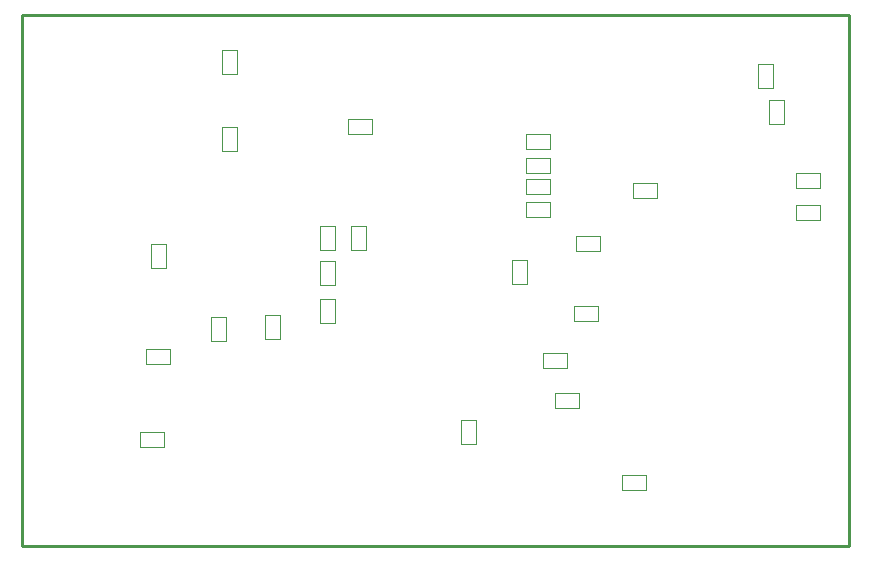
<source format=gm1>
G04*
G04 #@! TF.GenerationSoftware,Altium Limited,Altium Designer,22.6.1 (34)*
G04*
G04 Layer_Color=16711935*
%FSLAX44Y44*%
%MOMM*%
G71*
G04*
G04 #@! TF.SameCoordinates,A7F95BF2-09E6-4EF4-AC3E-D413731AB972*
G04*
G04*
G04 #@! TF.FilePolarity,Positive*
G04*
G01*
G75*
%ADD14C,0.2540*%
%ADD65C,0.0500*%
%ADD66C,0.0508*%
D14*
X600000Y600000D02*
Y1050000D01*
Y600000D02*
X1300000D01*
Y1050000D01*
X600000D02*
X1300000D01*
D65*
X1222743Y1008219D02*
X1235443D01*
X1222743Y987899D02*
X1235443D01*
X1046818Y897808D02*
Y910508D01*
X1026498Y897808D02*
Y910508D01*
X1047154Y935884D02*
Y948584D01*
X1026834Y935884D02*
Y948584D01*
X1026424Y878996D02*
Y891695D01*
X1046744Y878996D02*
Y891695D01*
X971614Y686340D02*
X984314D01*
X971614Y706660D02*
X984314D01*
X1051358Y717289D02*
Y729989D01*
X1071678Y717289D02*
Y729989D01*
X1137709Y894420D02*
Y907120D01*
X1117389Y894420D02*
Y907120D01*
X1089380Y849718D02*
Y862418D01*
X1069060Y849718D02*
Y862418D01*
X1087258Y790439D02*
Y803139D01*
X1066938Y790439D02*
Y803139D01*
X1040562Y750512D02*
Y763212D01*
X1060882Y750512D02*
Y763212D01*
X1014526Y841957D02*
X1027226D01*
X1014526Y821637D02*
X1027226D01*
X1254913Y876260D02*
Y888960D01*
X1275233Y876260D02*
Y888960D01*
X1254913Y903143D02*
Y915843D01*
X1275233Y903143D02*
Y915843D01*
X1232170Y957631D02*
X1244870D01*
X1232170Y977951D02*
X1244870D01*
X1026498Y916249D02*
Y928949D01*
X1046818Y916249D02*
Y928949D01*
X1127877Y647278D02*
Y659978D01*
X1107557Y647278D02*
Y659978D01*
X699840Y683650D02*
Y696350D01*
X720160Y683650D02*
Y696350D01*
X878268Y850988D02*
X890968D01*
X878268Y871308D02*
X890968D01*
X851994Y820902D02*
X864694D01*
X851994Y841222D02*
X864694D01*
X851994Y871308D02*
X864694D01*
X851994Y850988D02*
X864694D01*
X851994Y808938D02*
X864694D01*
X851994Y788617D02*
X864694D01*
X768712Y1020001D02*
X781412D01*
X768712Y999681D02*
X781412D01*
X760215Y793624D02*
X772915D01*
X760215Y773304D02*
X772915D01*
X768829Y954531D02*
X781529D01*
X768829Y934211D02*
X781529D01*
X704920Y754068D02*
Y766768D01*
X725240Y754068D02*
Y766768D01*
X896072Y949004D02*
Y961704D01*
X875752Y949004D02*
Y961704D01*
X708730Y856087D02*
X721430D01*
X708730Y835767D02*
X721430D01*
X805909Y795479D02*
X818609D01*
X805909Y775159D02*
X818609D01*
D66*
X1222743Y987899D02*
Y1008219D01*
X1235443Y987899D02*
Y1008219D01*
X1026498Y910508D02*
X1046818D01*
X1026498Y897808D02*
X1046818D01*
X1026834Y948584D02*
X1047154D01*
X1026834Y935884D02*
X1047154D01*
X1026424Y878996D02*
X1046744D01*
X1026424Y891695D02*
X1046744D01*
X984314Y686340D02*
Y706660D01*
X971614Y686340D02*
Y706660D01*
X1051358Y717289D02*
X1071678D01*
X1051358Y729989D02*
X1071678D01*
X1117389Y907120D02*
X1137709D01*
X1117389Y894420D02*
X1137709D01*
X1069060Y862418D02*
X1089380D01*
X1069060Y849718D02*
X1089380D01*
X1066938Y803139D02*
X1087258D01*
X1066938Y790439D02*
X1087258D01*
X1040562Y750512D02*
X1060882D01*
X1040562Y763212D02*
X1060882D01*
X1014526Y821637D02*
Y841957D01*
X1027226Y821637D02*
Y841957D01*
X1254913Y876260D02*
X1275233D01*
X1254913Y888960D02*
X1275233D01*
X1254913Y903143D02*
X1275233D01*
X1254913Y915843D02*
X1275233D01*
X1244870Y957631D02*
Y977951D01*
X1232170Y957631D02*
Y977951D01*
X1026498Y916249D02*
X1046818D01*
X1026498Y928949D02*
X1046818D01*
X1107557Y659978D02*
X1127877D01*
X1107557Y647278D02*
X1127877D01*
X699840Y683650D02*
X720160D01*
X699840Y696350D02*
X720160D01*
X890968Y850988D02*
Y871308D01*
X878268Y850988D02*
Y871308D01*
X864694Y820902D02*
Y841222D01*
X851994Y820902D02*
Y841222D01*
Y850988D02*
Y871308D01*
X864694Y850988D02*
Y871308D01*
X851994Y788617D02*
Y808938D01*
X864694Y788617D02*
Y808938D01*
X768712Y999681D02*
Y1020001D01*
X781412Y999681D02*
Y1020001D01*
X760215Y773304D02*
Y793624D01*
X772915Y773304D02*
Y793624D01*
X768829Y934211D02*
Y954531D01*
X781529Y934211D02*
Y954531D01*
X704920Y754068D02*
X725240D01*
X704920Y766768D02*
X725240D01*
X875752Y961704D02*
X896072D01*
X875752Y949004D02*
X896072D01*
X708730Y835767D02*
Y856087D01*
X721430Y835767D02*
Y856087D01*
X805909Y775159D02*
Y795479D01*
X818609Y775159D02*
Y795479D01*
M02*

</source>
